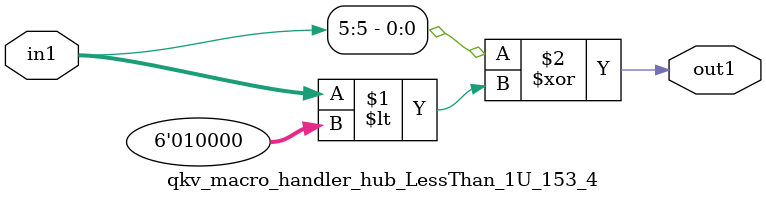
<source format=v>

`timescale 1ps / 1ps


module qkv_macro_handler_hub_LessThan_1U_153_4( in1, out1 );

    input [5:0] in1;
    output out1;

    
    // rtl_process:qkv_macro_handler_hub_LessThan_1U_153_4/qkv_macro_handler_hub_LessThan_1U_153_4_thread_1
    assign out1 = (in1[5] ^ in1 < 6'd16);

endmodule


</source>
